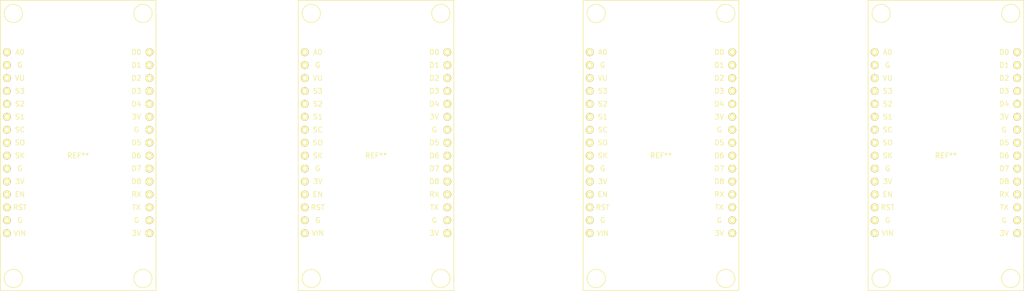
<source format=kicad_pcb>
(kicad_pcb (version 20211014) (generator pcbnew)
  (layers (0 "F.Cu" signal) (31 "B.Cu" signal) (34 "B.Paste" user) (35 "F.Paste" user) (36 "B.SilkS" user "B.Silkscreen") (37 "F.SilkS" user "F.Silkscreen") (38 "B.Mask" user) (39 "F.Mask" user) (44 "Edge.Cuts" user))
  (net 0 "")
  (footprint "ESP8266:NodeMCU-LoLinV3" (layer "F.Cu") (at 48.26 60.96)
    (fp_text reference "REF**" (at 0 0) (layer "F.SilkS"))
    (fp_text value "LoLin V3 NodeMCU")
    (fp_text user "S2" (at -11.43 -10.16) (layer "F.SilkS"))
    (fp_text user "SK" (at -11.43 0) (layer "F.SilkS"))
    (fp_text user "D4" (at 11.43 -10.16) (layer "F.SilkS"))
    (fp_text user "S1" (at -11.43 -7.62) (layer "F.SilkS"))
    (fp_text user "RX" (at 11.43 7.62) (layer "F.SilkS"))
    (fp_text user "RST" (at -11.43 10.16) (layer "F.SilkS"))
    (fp_text user "VU" (at -11.43 -15.24) (layer "F.SilkS"))
    (fp_text user "D1" (at 11.43 -17.78) (layer "F.SilkS"))
    (fp_text user "3V" (at -11.43 5.08) (layer "F.SilkS"))
    (fp_text user "G" (at 11.43 -5.08) (layer "F.SilkS"))
    (fp_text user "D7" (at 11.43 2.54) (layer "F.SilkS"))
    (fp_text user "A0" (at -11.43 -20.32) (layer "F.SilkS"))
    (fp_text user "D6" (at 11.43 0) (layer "F.SilkS"))
    (fp_text user "G" (at 11.43 12.7) (layer "F.SilkS"))
    (fp_text user "D0" (at 11.43 -20.32) (layer "F.SilkS"))
    (fp_text user "VIN" (at -11.43 15.24) (layer "F.SilkS"))
    (fp_text user "D3" (at 11.43 -12.7) (layer "F.SilkS"))
    (fp_text user "D8" (at 11.43 5.08) (layer "F.SilkS"))
    (fp_text user "S3" (at -11.43 -12.7) (layer "F.SilkS"))
    (fp_text user "EN" (at -11.43 7.62) (layer "F.SilkS"))
    (fp_text user "D2" (at 11.43 -15.24) (layer "F.SilkS"))
    (fp_text user "G" (at -11.43 12.7) (layer "F.SilkS"))
    (fp_text user "G" (at -11.43 -17.78) (layer "F.SilkS"))
    (fp_text user "3V" (at 11.43 -7.62) (layer "F.SilkS"))
    (fp_text user "SC" (at -11.43 -5.08) (layer "F.SilkS"))
    (fp_text user "3V" (at 11.43 15.24) (layer "F.SilkS"))
    (fp_text user "G" (at -11.43 2.54) (layer "F.SilkS"))
    (fp_text user "TX" (at 11.43 10.16) (layer "F.SilkS"))
    (fp_text user "D5" (at 11.43 -2.54) (layer "F.SilkS"))
    (fp_text user "SO" (at -11.43 -2.54) (layer "F.SilkS"))
    (fp_line (start 15.25 -30.5) (end -14.75 -30.5) (layer "F.SilkS") (width 0.15))
    (fp_line (start -15.25 26.5) (end 15.25 26.5) (layer "F.SilkS") (width 0.15))
    (fp_line (start -15.25 -30.5) (end -15.25 26.5) (layer "F.SilkS") (width 0.15))
    (fp_line (start -14.75 -30.5) (end -15.25 -30.5) (layer "F.SilkS") (width 0.15))
    (fp_line (start 15.25 26.5) (end 15.25 -30.5) (layer "F.SilkS") (width 0.15))
    (fp_circle (center 12.7 24.13) (end 13.97 22.86) (layer "F.SilkS") (width 0.15) (fill none))
    (fp_circle (center -12.7 -27.94) (end -11.43 -29.21) (layer "F.SilkS") (width 0.15) (fill none))
    (fp_circle (center 12.7 -27.94) (end 13.97 -29.21) (layer "F.SilkS") (width 0.15) (fill none))
    (fp_circle (center -12.7 24.13) (end -11.43 22.86) (layer "F.SilkS") (width 0.15) (fill none))
    (pad "1" thru_hole circle locked (at -13.97 -20.32) (size 1.524 1.524) (drill 0.762) (layers *.Cu *.Mask "F.SilkS"))
    (pad "2" thru_hole circle locked (at -13.97 -17.78) (size 1.524 1.524) (drill 0.762) (layers *.Cu *.Mask "F.SilkS"))
    (pad "3" thru_hole circle locked (at -13.97 -15.24) (size 1.524 1.524) (drill 0.762) (layers *.Cu *.Mask "F.SilkS"))
    (pad "4" thru_hole circle locked (at -13.97 -12.7) (size 1.524 1.524) (drill 0.762) (layers *.Cu *.Mask "F.SilkS"))
    (pad "5" thru_hole circle locked (at -13.97 -10.16) (size 1.524 1.524) (drill 0.762) (layers *.Cu *.Mask "F.SilkS"))
    (pad "6" thru_hole circle locked (at -13.97 -7.62) (size 1.524 1.524) (drill 0.762) (layers *.Cu *.Mask "F.SilkS"))
    (pad "7" thru_hole circle locked (at -13.97 -5.08) (size 1.524 1.524) (drill 0.762) (layers *.Cu *.Mask "F.SilkS"))
    (pad "8" thru_hole circle locked (at -13.97 -2.54) (size 1.524 1.524) (drill 0.762) (layers *.Cu *.Mask "F.SilkS"))
    (pad "9" thru_hole circle locked (at -13.97 0) (size 1.524 1.524) (drill 0.762) (layers *.Cu *.Mask "F.SilkS"))
    (pad "10" thru_hole circle locked (at -13.97 2.54) (size 1.524 1.524) (drill 0.762) (layers *.Cu *.Mask "F.SilkS"))
    (pad "11" thru_hole circle locked (at -13.97 5.08) (size 1.524 1.524) (drill 0.762) (layers *.Cu *.Mask "F.SilkS"))
    (pad "12" thru_hole circle locked (at -13.97 7.62) (size 1.524 1.524) (drill 0.762) (layers *.Cu *.Mask "F.SilkS"))
    (pad "13" thru_hole circle locked (at -13.97 10.16) (size 1.524 1.524) (drill 0.762) (layers *.Cu *.Mask "F.SilkS"))
    (pad "14" thru_hole circle locked (at -13.97 12.7) (size 1.524 1.524) (drill 0.762) (layers *.Cu *.Mask "F.SilkS"))
    (pad "15" thru_hole circle locked (at -13.97 15.24) (size 1.524 1.524) (drill 0.762) (layers *.Cu *.Mask "F.SilkS"))
    (pad "16" thru_hole circle locked (at 13.97 15.24) (size 1.524 1.524) (drill 0.762) (layers *.Cu *.Mask "F.SilkS"))
    (pad "17" thru_hole circle locked (at 13.97 12.7) (size 1.524 1.524) (drill 0.762) (layers *.Cu *.Mask "F.SilkS"))
    (pad "18" thru_hole circle locked (at 13.97 10.16) (size 1.524 1.524) (drill 0.762) (layers *.Cu *.Mask "F.SilkS"))
    (pad "19" thru_hole circle locked (at 13.97 7.62) (size 1.524 1.524) (drill 0.762) (layers *.Cu *.Mask "F.SilkS"))
    (pad "20" thru_hole circle locked (at 13.97 5.08) (size 1.524 1.524) (drill 0.762) (layers *.Cu *.Mask "F.SilkS"))
    (pad "21" thru_hole circle locked (at 13.97 2.54) (size 1.524 1.524) (drill 0.762) (layers *.Cu *.Mask "F.SilkS"))
    (pad "22" thru_hole circle locked (at 13.97 0) (size 1.524 1.524) (drill 0.762) (layers *.Cu *.Mask "F.SilkS"))
    (pad "23" thru_hole circle locked (at 13.97 -2.54) (size 1.524 1.524) (drill 0.762) (layers *.Cu *.Mask "F.SilkS"))
    (pad "24" thru_hole circle locked (at 13.97 -5.08) (size 1.524 1.524) (drill 0.762) (layers *.Cu *.Mask "F.SilkS"))
    (pad "25" thru_hole circle locked (at 13.97 -7.62) (size 1.524 1.524) (drill 0.762) (layers *.Cu *.Mask "F.SilkS"))
    (pad "26" thru_hole circle locked (at 13.97 -10.16) (size 1.524 1.524) (drill 0.762) (layers *.Cu *.Mask "F.SilkS"))
    (pad "27" thru_hole circle locked (at 13.97 -12.7) (size 1.524 1.524) (drill 0.762) (layers *.Cu *.Mask "F.SilkS"))
    (pad "28" thru_hole circle locked (at 13.97 -15.24) (size 1.524 1.524) (drill 0.762) (layers *.Cu *.Mask "F.SilkS"))
    (pad "29" thru_hole circle locked (at 13.97 -17.78) (size 1.524 1.524) (drill 0.762) (layers *.Cu *.Mask "F.SilkS"))
    (pad "30" thru_hole circle locked (at 13.97 -20.32) (size 1.524 1.524) (drill 0.762) (layers *.Cu *.Mask "F.SilkS"))
  )
  (footprint "ESP8266:NodeMCU-LoLinV3" (layer "F.Cu") (at 218.44 60.96)
    (fp_text reference "REF**" (at 0 0) (layer "F.SilkS"))
    (fp_text value "LoLin V3 NodeMCU")
    (fp_text user "S2" (at -11.43 -10.16) (layer "F.SilkS"))
    (fp_text user "SK" (at -11.43 0) (layer "F.SilkS"))
    (fp_text user "D4" (at 11.43 -10.16) (layer "F.SilkS"))
    (fp_text user "S1" (at -11.43 -7.62) (layer "F.SilkS"))
    (fp_text user "RX" (at 11.43 7.62) (layer "F.SilkS"))
    (fp_text user "RST" (at -11.43 10.16) (layer "F.SilkS"))
    (fp_text user "VU" (at -11.43 -15.24) (layer "F.SilkS"))
    (fp_text user "D1" (at 11.43 -17.78) (layer "F.SilkS"))
    (fp_text user "3V" (at -11.43 5.08) (layer "F.SilkS"))
    (fp_text user "G" (at 11.43 -5.08) (layer "F.SilkS"))
    (fp_text user "D7" (at 11.43 2.54) (layer "F.SilkS"))
    (fp_text user "A0" (at -11.43 -20.32) (layer "F.SilkS"))
    (fp_text user "D6" (at 11.43 0) (layer "F.SilkS"))
    (fp_text user "G" (at 11.43 12.7) (layer "F.SilkS"))
    (fp_text user "D0" (at 11.43 -20.32) (layer "F.SilkS"))
    (fp_text user "VIN" (at -11.43 15.24) (layer "F.SilkS"))
    (fp_text user "D3" (at 11.43 -12.7) (layer "F.SilkS"))
    (fp_text user "D8" (at 11.43 5.08) (layer "F.SilkS"))
    (fp_text user "S3" (at -11.43 -12.7) (layer "F.SilkS"))
    (fp_text user "EN" (at -11.43 7.62) (layer "F.SilkS"))
    (fp_text user "D2" (at 11.43 -15.24) (layer "F.SilkS"))
    (fp_text user "G" (at -11.43 12.7) (layer "F.SilkS"))
    (fp_text user "G" (at -11.43 -17.78) (layer "F.SilkS"))
    (fp_text user "3V" (at 11.43 -7.62) (layer "F.SilkS"))
    (fp_text user "SC" (at -11.43 -5.08) (layer "F.SilkS"))
    (fp_text user "3V" (at 11.43 15.24) (layer "F.SilkS"))
    (fp_text user "G" (at -11.43 2.54) (layer "F.SilkS"))
    (fp_text user "TX" (at 11.43 10.16) (layer "F.SilkS"))
    (fp_text user "D5" (at 11.43 -2.54) (layer "F.SilkS"))
    (fp_text user "SO" (at -11.43 -2.54) (layer "F.SilkS"))
    (fp_line (start 15.25 -30.5) (end -14.75 -30.5) (layer "F.SilkS") (width 0.15))
    (fp_line (start -15.25 26.5) (end 15.25 26.5) (layer "F.SilkS") (width 0.15))
    (fp_line (start -15.25 -30.5) (end -15.25 26.5) (layer "F.SilkS") (width 0.15))
    (fp_line (start -14.75 -30.5) (end -15.25 -30.5) (layer "F.SilkS") (width 0.15))
    (fp_line (start 15.25 26.5) (end 15.25 -30.5) (layer "F.SilkS") (width 0.15))
    (fp_circle (center 12.7 24.13) (end 13.97 22.86) (layer "F.SilkS") (width 0.15) (fill none))
    (fp_circle (center -12.7 -27.94) (end -11.43 -29.21) (layer "F.SilkS") (width 0.15) (fill none))
    (fp_circle (center 12.7 -27.94) (end 13.97 -29.21) (layer "F.SilkS") (width 0.15) (fill none))
    (fp_circle (center -12.7 24.13) (end -11.43 22.86) (layer "F.SilkS") (width 0.15) (fill none))
    (pad "1" thru_hole circle locked (at -13.97 -20.32) (size 1.524 1.524) (drill 0.762) (layers *.Cu *.Mask "F.SilkS"))
    (pad "2" thru_hole circle locked (at -13.97 -17.78) (size 1.524 1.524) (drill 0.762) (layers *.Cu *.Mask "F.SilkS"))
    (pad "3" thru_hole circle locked (at -13.97 -15.24) (size 1.524 1.524) (drill 0.762) (layers *.Cu *.Mask "F.SilkS"))
    (pad "4" thru_hole circle locked (at -13.97 -12.7) (size 1.524 1.524) (drill 0.762) (layers *.Cu *.Mask "F.SilkS"))
    (pad "5" thru_hole circle locked (at -13.97 -10.16) (size 1.524 1.524) (drill 0.762) (layers *.Cu *.Mask "F.SilkS"))
    (pad "6" thru_hole circle locked (at -13.97 -7.62) (size 1.524 1.524) (drill 0.762) (layers *.Cu *.Mask "F.SilkS"))
    (pad "7" thru_hole circle locked (at -13.97 -5.08) (size 1.524 1.524) (drill 0.762) (layers *.Cu *.Mask "F.SilkS"))
    (pad "8" thru_hole circle locked (at -13.97 -2.54) (size 1.524 1.524) (drill 0.762) (layers *.Cu *.Mask "F.SilkS"))
    (pad "9" thru_hole circle locked (at -13.97 0) (size 1.524 1.524) (drill 0.762) (layers *.Cu *.Mask "F.SilkS"))
    (pad "10" thru_hole circle locked (at -13.97 2.54) (size 1.524 1.524) (drill 0.762) (layers *.Cu *.Mask "F.SilkS"))
    (pad "11" thru_hole circle locked (at -13.97 5.08) (size 1.524 1.524) (drill 0.762) (layers *.Cu *.Mask "F.SilkS"))
    (pad "12" thru_hole circle locked (at -13.97 7.62) (size 1.524 1.524) (drill 0.762) (layers *.Cu *.Mask "F.SilkS"))
    (pad "13" thru_hole circle locked (at -13.97 10.16) (size 1.524 1.524) (drill 0.762) (layers *.Cu *.Mask "F.SilkS"))
    (pad "14" thru_hole circle locked (at -13.97 12.7) (size 1.524 1.524) (drill 0.762) (layers *.Cu *.Mask "F.SilkS"))
    (pad "15" thru_hole circle locked (at -13.97 15.24) (size 1.524 1.524) (drill 0.762) (layers *.Cu *.Mask "F.SilkS"))
    (pad "16" thru_hole circle locked (at 13.97 15.24) (size 1.524 1.524) (drill 0.762) (layers *.Cu *.Mask "F.SilkS"))
    (pad "17" thru_hole circle locked (at 13.97 12.7) (size 1.524 1.524) (drill 0.762) (layers *.Cu *.Mask "F.SilkS"))
    (pad "18" thru_hole circle locked (at 13.97 10.16) (size 1.524 1.524) (drill 0.762) (layers *.Cu *.Mask "F.SilkS"))
    (pad "19" thru_hole circle locked (at 13.97 7.62) (size 1.524 1.524) (drill 0.762) (layers *.Cu *.Mask "F.SilkS"))
    (pad "20" thru_hole circle locked (at 13.97 5.08) (size 1.524 1.524) (drill 0.762) (layers *.Cu *.Mask "F.SilkS"))
    (pad "21" thru_hole circle locked (at 13.97 2.54) (size 1.524 1.524) (drill 0.762) (layers *.Cu *.Mask "F.SilkS"))
    (pad "22" thru_hole circle locked (at 13.97 0) (size 1.524 1.524) (drill 0.762) (layers *.Cu *.Mask "F.SilkS"))
    (pad "23" thru_hole circle locked (at 13.97 -2.54) (size 1.524 1.524) (drill 0.762) (layers *.Cu *.Mask "F.SilkS"))
    (pad "24" thru_hole circle locked (at 13.97 -5.08) (size 1.524 1.524) (drill 0.762) (layers *.Cu *.Mask "F.SilkS"))
    (pad "25" thru_hole circle locked (at 13.97 -7.62) (size 1.524 1.524) (drill 0.762) (layers *.Cu *.Mask "F.SilkS"))
    (pad "26" thru_hole circle locked (at 13.97 -10.16) (size 1.524 1.524) (drill 0.762) (layers *.Cu *.Mask "F.SilkS"))
    (pad "27" thru_hole circle locked (at 13.97 -12.7) (size 1.524 1.524) (drill 0.762) (layers *.Cu *.Mask "F.SilkS"))
    (pad "28" thru_hole circle locked (at 13.97 -15.24) (size 1.524 1.524) (drill 0.762) (layers *.Cu *.Mask "F.SilkS"))
    (pad "29" thru_hole circle locked (at 13.97 -17.78) (size 1.524 1.524) (drill 0.762) (layers *.Cu *.Mask "F.SilkS"))
    (pad "30" thru_hole circle locked (at 13.97 -20.32) (size 1.524 1.524) (drill 0.762) (layers *.Cu *.Mask "F.SilkS"))
  )
  (footprint "ESP8266:NodeMCU-LoLinV3" (layer "F.Cu") (at 106.68 60.96)
    (fp_text reference "REF**" (at 0 0) (layer "F.SilkS"))
    (fp_text value "LoLin V3 NodeMCU")
    (fp_text user "S2" (at -11.43 -10.16) (layer "F.SilkS"))
    (fp_text user "SK" (at -11.43 0) (layer "F.SilkS"))
    (fp_text user "D4" (at 11.43 -10.16) (layer "F.SilkS"))
    (fp_text user "S1" (at -11.43 -7.62) (layer "F.SilkS"))
    (fp_text user "RX" (at 11.43 7.62) (layer "F.SilkS"))
    (fp_text user "RST" (at -11.43 10.16) (layer "F.SilkS"))
    (fp_text user "VU" (at -11.43 -15.24) (layer "F.SilkS"))
    (fp_text user "D1" (at 11.43 -17.78) (layer "F.SilkS"))
    (fp_text user "3V" (at -11.43 5.08) (layer "F.SilkS"))
    (fp_text user "G" (at 11.43 -5.08) (layer "F.SilkS"))
    (fp_text user "D7" (at 11.43 2.54) (layer "F.SilkS"))
    (fp_text user "A0" (at -11.43 -20.32) (layer "F.SilkS"))
    (fp_text user "D6" (at 11.43 0) (layer "F.SilkS"))
    (fp_text user "G" (at 11.43 12.7) (layer "F.SilkS"))
    (fp_text user "D0" (at 11.43 -20.32) (layer "F.SilkS"))
    (fp_text user "VIN" (at -11.43 15.24) (layer "F.SilkS"))
    (fp_text user "D3" (at 11.43 -12.7) (layer "F.SilkS"))
    (fp_text user "D8" (at 11.43 5.08) (layer "F.SilkS"))
    (fp_text user "S3" (at -11.43 -12.7) (layer "F.SilkS"))
    (fp_text user "EN" (at -11.43 7.62) (layer "F.SilkS"))
    (fp_text user "D2" (at 11.43 -15.24) (layer "F.SilkS"))
    (fp_text user "G" (at -11.43 12.7) (layer "F.SilkS"))
    (fp_text user "G" (at -11.43 -17.78) (layer "F.SilkS"))
    (fp_text user "3V" (at 11.43 -7.62) (layer "F.SilkS"))
    (fp_text user "SC" (at -11.43 -5.08) (layer "F.SilkS"))
    (fp_text user "3V" (at 11.43 15.24) (layer "F.SilkS"))
    (fp_text user "G" (at -11.43 2.54) (layer "F.SilkS"))
    (fp_text user "TX" (at 11.43 10.16) (layer "F.SilkS"))
    (fp_text user "D5" (at 11.43 -2.54) (layer "F.SilkS"))
    (fp_text user "SO" (at -11.43 -2.54) (layer "F.SilkS"))
    (fp_line (start 15.25 -30.5) (end -14.75 -30.5) (layer "F.SilkS") (width 0.15))
    (fp_line (start -15.25 26.5) (end 15.25 26.5) (layer "F.SilkS") (width 0.15))
    (fp_line (start -15.25 -30.5) (end -15.25 26.5) (layer "F.SilkS") (width 0.15))
    (fp_line (start -14.75 -30.5) (end -15.25 -30.5) (layer "F.SilkS") (width 0.15))
    (fp_line (start 15.25 26.5) (end 15.25 -30.5) (layer "F.SilkS") (width 0.15))
    (fp_circle (center 12.7 24.13) (end 13.97 22.86) (layer "F.SilkS") (width 0.15) (fill none))
    (fp_circle (center -12.7 -27.94) (end -11.43 -29.21) (layer "F.SilkS") (width 0.15) (fill none))
    (fp_circle (center 12.7 -27.94) (end 13.97 -29.21) (layer "F.SilkS") (width 0.15) (fill none))
    (fp_circle (center -12.7 24.13) (end -11.43 22.86) (layer "F.SilkS") (width 0.15) (fill none))
    (pad "1" thru_hole circle locked (at -13.97 -20.32) (size 1.524 1.524) (drill 0.762) (layers *.Cu *.Mask "F.SilkS"))
    (pad "2" thru_hole circle locked (at -13.97 -17.78) (size 1.524 1.524) (drill 0.762) (layers *.Cu *.Mask "F.SilkS"))
    (pad "3" thru_hole circle locked (at -13.97 -15.24) (size 1.524 1.524) (drill 0.762) (layers *.Cu *.Mask "F.SilkS"))
    (pad "4" thru_hole circle locked (at -13.97 -12.7) (size 1.524 1.524) (drill 0.762) (layers *.Cu *.Mask "F.SilkS"))
    (pad "5" thru_hole circle locked (at -13.97 -10.16) (size 1.524 1.524) (drill 0.762) (layers *.Cu *.Mask "F.SilkS"))
    (pad "6" thru_hole circle locked (at -13.97 -7.62) (size 1.524 1.524) (drill 0.762) (layers *.Cu *.Mask "F.SilkS"))
    (pad "7" thru_hole circle locked (at -13.97 -5.08) (size 1.524 1.524) (drill 0.762) (layers *.Cu *.Mask "F.SilkS"))
    (pad "8" thru_hole circle locked (at -13.97 -2.54) (size 1.524 1.524) (drill 0.762) (layers *.Cu *.Mask "F.SilkS"))
    (pad "9" thru_hole circle locked (at -13.97 0) (size 1.524 1.524) (drill 0.762) (layers *.Cu *.Mask "F.SilkS"))
    (pad "10" thru_hole circle locked (at -13.97 2.54) (size 1.524 1.524) (drill 0.762) (layers *.Cu *.Mask "F.SilkS"))
    (pad "11" thru_hole circle locked (at -13.97 5.08) (size 1.524 1.524) (drill 0.762) (layers *.Cu *.Mask "F.SilkS"))
    (pad "12" thru_hole circle locked (at -13.97 7.62) (size 1.524 1.524) (drill 0.762) (layers *.Cu *.Mask "F.SilkS"))
    (pad "13" thru_hole circle locked (at -13.97 10.16) (size 1.524 1.524) (drill 0.762) (layers *.Cu *.Mask "F.SilkS"))
    (pad "14" thru_hole circle locked (at -13.97 12.7) (size 1.524 1.524) (drill 0.762) (layers *.Cu *.Mask "F.SilkS"))
    (pad "15" thru_hole circle locked (at -13.97 15.24) (size 1.524 1.524) (drill 0.762) (layers *.Cu *.Mask "F.SilkS"))
    (pad "16" thru_hole circle locked (at 13.97 15.24) (size 1.524 1.524) (drill 0.762) (layers *.Cu *.Mask "F.SilkS"))
    (pad "17" thru_hole circle locked (at 13.97 12.7) (size 1.524 1.524) (drill 0.762) (layers *.Cu *.Mask "F.SilkS"))
    (pad "18" thru_hole circle locked (at 13.97 10.16) (size 1.524 1.524) (drill 0.762) (layers *.Cu *.Mask "F.SilkS"))
    (pad "19" thru_hole circle locked (at 13.97 7.62) (size 1.524 1.524) (drill 0.762) (layers *.Cu *.Mask "F.SilkS"))
    (pad "20" thru_hole circle locked (at 13.97 5.08) (size 1.524 1.524) (drill 0.762) (layers *.Cu *.Mask "F.SilkS"))
    (pad "21" thru_hole circle locked (at 13.97 2.54) (size 1.524 1.524) (drill 0.762) (layers *.Cu *.Mask "F.SilkS"))
    (pad "22" thru_hole circle locked (at 13.97 0) (size 1.524 1.524) (drill 0.762) (layers *.Cu *.Mask "F.SilkS"))
    (pad "23" thru_hole circle locked (at 13.97 -2.54) (size 1.524 1.524) (drill 0.762) (layers *.Cu *.Mask "F.SilkS"))
    (pad "24" thru_hole circle locked (at 13.97 -5.08) (size 1.524 1.524) (drill 0.762) (layers *.Cu *.Mask "F.SilkS"))
    (pad "25" thru_hole circle locked (at 13.97 -7.62) (size 1.524 1.524) (drill 0.762) (layers *.Cu *.Mask "F.SilkS"))
    (pad "26" thru_hole circle locked (at 13.97 -10.16) (size 1.524 1.524) (drill 0.762) (layers *.Cu *.Mask "F.SilkS"))
    (pad "27" thru_hole circle locked (at 13.97 -12.7) (size 1.524 1.524) (drill 0.762) (layers *.Cu *.Mask "F.SilkS"))
    (pad "28" thru_hole circle locked (at 13.97 -15.24) (size 1.524 1.524) (drill 0.762) (layers *.Cu *.Mask "F.SilkS"))
    (pad "29" thru_hole circle locked (at 13.97 -17.78) (size 1.524 1.524) (drill 0.762) (layers *.Cu *.Mask "F.SilkS"))
    (pad "30" thru_hole circle locked (at 13.97 -20.32) (size 1.524 1.524) (drill 0.762) (layers *.Cu *.Mask "F.SilkS"))
  )
  (footprint "ESP8266:NodeMCU-LoLinV3" (layer "F.Cu") (at 162.56 60.96)
    (fp_text reference "REF**" (at 0 0) (layer "F.SilkS"))
    (fp_text value "LoLin V3 NodeMCU")
    (fp_text user "S2" (at -11.43 -10.16) (layer "F.SilkS"))
    (fp_text user "SK" (at -11.43 0) (layer "F.SilkS"))
    (fp_text user "D4" (at 11.43 -10.16) (layer "F.SilkS"))
    (fp_text user "S1" (at -11.43 -7.62) (layer "F.SilkS"))
    (fp_text user "RX" (at 11.43 7.62) (layer "F.SilkS"))
    (fp_text user "RST" (at -11.43 10.16) (layer "F.SilkS"))
    (fp_text user "VU" (at -11.43 -15.24) (layer "F.SilkS"))
    (fp_text user "D1" (at 11.43 -17.78) (layer "F.SilkS"))
    (fp_text user "3V" (at -11.43 5.08) (layer "F.SilkS"))
    (fp_text user "G" (at 11.43 -5.08) (layer "F.SilkS"))
    (fp_text user "D7" (at 11.43 2.54) (layer "F.SilkS"))
    (fp_text user "A0" (at -11.43 -20.32) (layer "F.SilkS"))
    (fp_text user "D6" (at 11.43 0) (layer "F.SilkS"))
    (fp_text user "G" (at 11.43 12.7) (layer "F.SilkS"))
    (fp_text user "D0" (at 11.43 -20.32) (layer "F.SilkS"))
    (fp_text user "VIN" (at -11.43 15.24) (layer "F.SilkS"))
    (fp_text user "D3" (at 11.43 -12.7) (layer "F.SilkS"))
    (fp_text user "D8" (at 11.43 5.08) (layer "F.SilkS"))
    (fp_text user "S3" (at -11.43 -12.7) (layer "F.SilkS"))
    (fp_text user "EN" (at -11.43 7.62) (layer "F.SilkS"))
    (fp_text user "D2" (at 11.43 -15.24) (layer "F.SilkS"))
    (fp_text user "G" (at -11.43 12.7) (layer "F.SilkS"))
    (fp_text user "G" (at -11.43 -17.78) (layer "F.SilkS"))
    (fp_text user "3V" (at 11.43 -7.62) (layer "F.SilkS"))
    (fp_text user "SC" (at -11.43 -5.08) (layer "F.SilkS"))
    (fp_text user "3V" (at 11.43 15.24) (layer "F.SilkS"))
    (fp_text user "G" (at -11.43 2.54) (layer "F.SilkS"))
    (fp_text user "TX" (at 11.43 10.16) (layer "F.SilkS"))
    (fp_text user "D5" (at 11.43 -2.54) (layer "F.SilkS"))
    (fp_text user "SO" (at -11.43 -2.54) (layer "F.SilkS"))
    (fp_line (start 15.25 -30.5) (end -14.75 -30.5) (layer "F.SilkS") (width 0.15))
    (fp_line (start -15.25 26.5) (end 15.25 26.5) (layer "F.SilkS") (width 0.15))
    (fp_line (start -15.25 -30.5) (end -15.25 26.5) (layer "F.SilkS") (width 0.15))
    (fp_line (start -14.75 -30.5) (end -15.25 -30.5) (layer "F.SilkS") (width 0.15))
    (fp_line (start 15.25 26.5) (end 15.25 -30.5) (layer "F.SilkS") (width 0.15))
    (fp_circle (center 12.7 24.13) (end 13.97 22.86) (layer "F.SilkS") (width 0.15) (fill none))
    (fp_circle (center -12.7 -27.94) (end -11.43 -29.21) (layer "F.SilkS") (width 0.15) (fill none))
    (fp_circle (center 12.7 -27.94) (end 13.97 -29.21) (layer "F.SilkS") (width 0.15) (fill none))
    (fp_circle (center -12.7 24.13) (end -11.43 22.86) (layer "F.SilkS") (width 0.15) (fill none))
    (pad "1" thru_hole circle locked (at -13.97 -20.32) (size 1.524 1.524) (drill 0.762) (layers *.Cu *.Mask "F.SilkS"))
    (pad "2" thru_hole circle locked (at -13.97 -17.78) (size 1.524 1.524) (drill 0.762) (layers *.Cu *.Mask "F.SilkS"))
    (pad "3" thru_hole circle locked (at -13.97 -15.24) (size 1.524 1.524) (drill 0.762) (layers *.Cu *.Mask "F.SilkS"))
    (pad "4" thru_hole circle locked (at -13.97 -12.7) (size 1.524 1.524) (drill 0.762) (layers *.Cu *.Mask "F.SilkS"))
    (pad "5" thru_hole circle locked (at -13.97 -10.16) (size 1.524 1.524) (drill 0.762) (layers *.Cu *.Mask "F.SilkS"))
    (pad "6" thru_hole circle locked (at -13.97 -7.62) (size 1.524 1.524) (drill 0.762) (layers *.Cu *.Mask "F.SilkS"))
    (pad "7" thru_hole circle locked (at -13.97 -5.08) (size 1.524 1.524) (drill 0.762) (layers *.Cu *.Mask "F.SilkS"))
    (pad "8" thru_hole circle locked (at -13.97 -2.54) (size 1.524 1.524) (drill 0.762) (layers *.Cu *.Mask "F.SilkS"))
    (pad "9" thru_hole circle locked (at -13.97 0) (size 1.524 1.524) (drill 0.762) (layers *.Cu *.Mask "F.SilkS"))
    (pad "10" thru_hole circle locked (at -13.97 2.54) (size 1.524 1.524) (drill 0.762) (layers *.Cu *.Mask "F.SilkS"))
    (pad "11" thru_hole circle locked (at -13.97 5.08) (size 1.524 1.524) (drill 0.762) (layers *.Cu *.Mask "F.SilkS"))
    (pad "12" thru_hole circle locked (at -13.97 7.62) (size 1.524 1.524) (drill 0.762) (layers *.Cu *.Mask "F.SilkS"))
    (pad "13" thru_hole circle locked (at -13.97 10.16) (size 1.524 1.524) (drill 0.762) (layers *.Cu *.Mask "F.SilkS"))
    (pad "14" thru_hole circle locked (at -13.97 12.7) (size 1.524 1.524) (drill 0.762) (layers *.Cu *.Mask "F.SilkS"))
    (pad "15" thru_hole circle locked (at -13.97 15.24) (size 1.524 1.524) (drill 0.762) (layers *.Cu *.Mask "F.SilkS"))
    (pad "16" thru_hole circle locked (at 13.97 15.24) (size 1.524 1.524) (drill 0.762) (layers *.Cu *.Mask "F.SilkS"))
    (pad "17" thru_hole circle locked (at 13.97 12.7) (size 1.524 1.524) (drill 0.762) (layers *.Cu *.Mask "F.SilkS"))
    (pad "18" thru_hole circle locked (at 13.97 10.16) (size 1.524 1.524) (drill 0.762) (layers *.Cu *.Mask "F.SilkS"))
    (pad "19" thru_hole circle locked (at 13.97 7.62) (size 1.524 1.524) (drill 0.762) (layers *.Cu *.Mask "F.SilkS"))
    (pad "20" thru_hole circle locked (at 13.97 5.08) (size 1.524 1.524) (drill 0.762) (layers *.Cu *.Mask "F.SilkS"))
    (pad "21" thru_hole circle locked (at 13.97 2.54) (size 1.524 1.524) (drill 0.762) (layers *.Cu *.Mask "F.SilkS"))
    (pad "22" thru_hole circle locked (at 13.97 0) (size 1.524 1.524) (drill 0.762) (layers *.Cu *.Mask "F.SilkS"))
    (pad "23" thru_hole circle locked (at 13.97 -2.54) (size 1.524 1.524) (drill 0.762) (layers *.Cu *.Mask "F.SilkS"))
    (pad "24" thru_hole circle locked (at 13.97 -5.08) (size 1.524 1.524) (drill 0.762) (layers *.Cu *.Mask "F.SilkS"))
    (pad "25" thru_hole circle locked (at 13.97 -7.62) (size 1.524 1.524) (drill 0.762) (layers *.Cu *.Mask "F.SilkS"))
    (pad "26" thru_hole circle locked (at 13.97 -10.16) (size 1.524 1.524) (drill 0.762) (layers *.Cu *.Mask "F.SilkS"))
    (pad "27" thru_hole circle locked (at 13.97 -12.7) (size 1.524 1.524) (drill 0.762) (layers *.Cu *.Mask "F.SilkS"))
    (pad "28" thru_hole circle locked (at 13.97 -15.24) (size 1.524 1.524) (drill 0.762) (layers *.Cu *.Mask "F.SilkS"))
    (pad "29" thru_hole circle locked (at 13.97 -17.78) (size 1.524 1.524) (drill 0.762) (layers *.Cu *.Mask "F.SilkS"))
    (pad "30" thru_hole circle locked (at 13.97 -20.32) (size 1.524 1.524) (drill 0.762) (layers *.Cu *.Mask "F.SilkS"))
  )
)
</source>
